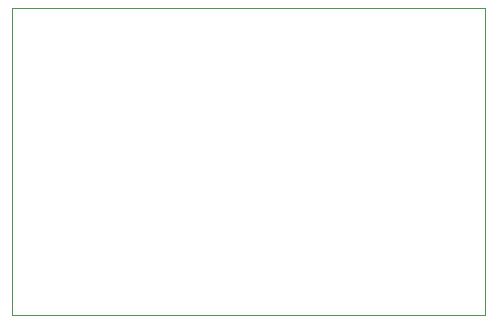
<source format=gm1>
G04 #@! TF.GenerationSoftware,KiCad,Pcbnew,5.1.9+dfsg1-1*
G04 #@! TF.CreationDate,2023-01-27T15:40:16+09:00*
G04 #@! TF.ProjectId,bottom,626f7474-6f6d-42e6-9b69-6361645f7063,rev?*
G04 #@! TF.SameCoordinates,Original*
G04 #@! TF.FileFunction,Profile,NP*
%FSLAX46Y46*%
G04 Gerber Fmt 4.6, Leading zero omitted, Abs format (unit mm)*
G04 Created by KiCad (PCBNEW 5.1.9+dfsg1-1) date 2023-01-27 15:40:16*
%MOMM*%
%LPD*%
G01*
G04 APERTURE LIST*
G04 #@! TA.AperFunction,Profile*
%ADD10C,0.050000*%
G04 #@! TD*
G04 APERTURE END LIST*
D10*
X123000000Y-116000000D02*
X123000000Y-90000000D01*
X163000000Y-116000000D02*
X123000000Y-116000000D01*
X163000000Y-90000000D02*
X163000000Y-116000000D01*
X123000000Y-90000000D02*
X163000000Y-90000000D01*
M02*

</source>
